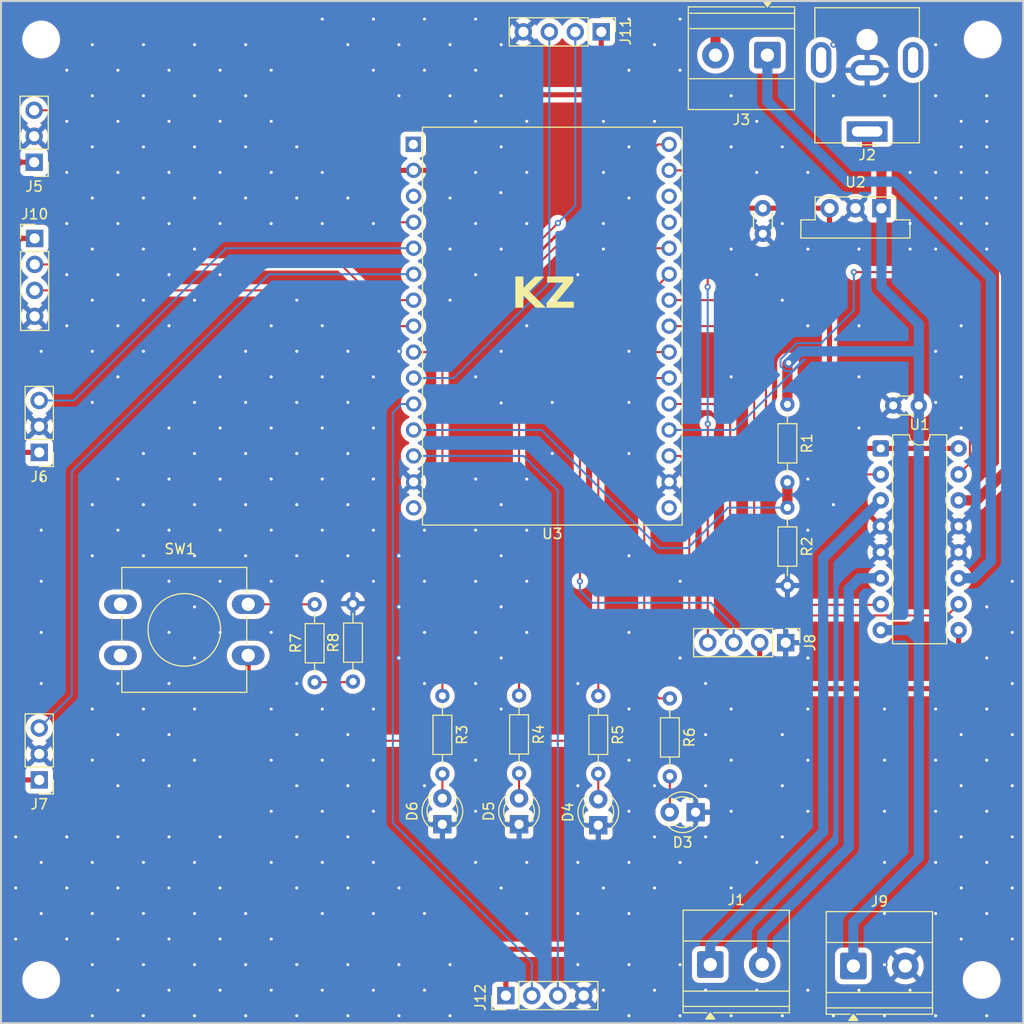
<source format=kicad_pcb>
(kicad_pcb (version 20241229) (generator "pcbnew") (generator_version "9.0")
  (layers (0 "F.Cu" signal) (2 "B.Cu" signal) (13 "F.Paste" user) (15 "B.Paste" user) (5 "F.SilkS" user "F.Silkscreen") (7 "B.SilkS" user "B.Silkscreen") (1 "F.Mask" user) (3 "B.Mask" user) (25 "Edge.Cuts" user))
  (net 0 "")
  (net 1 "GND")
  (net 2 "+5V")
  (net 3 "Net-(D3-A)")
  (net 4 "Net-(D4-A)")
  (net 5 "Net-(D5-A)")
  (net 6 "Net-(D6-A)")
  (net 7 "Net-(J1-Pin_1)")
  (net 8 "Net-(J1-Pin_2)")
  (net 9 "0")
  (net 10 "Net-(J3-Pin_2)")
  (net 11 "Net-(J3-Pin_1)")
  (net 12 "IR_S_1")
  (net 13 "IR_S_2")
  (net 14 "LCD_IC_Data")
  (net 15 "LCD_IC_CLK")
  (net 16 "S1_EP")
  (net 17 "S1_T")
  (net 18 "S2_EP")
  (net 19 "S2_T")
  (net 20 "S3_EP")
  (net 21 "S3_T")
  (net 25 "Battery_Voltage")
  (net 26 "unconnected-(U3-3V3-Pad16)")
  (net 29 "IR_S_3")
  (net 30 "+9V")
  (net 31 "Net-(U3-D21)")
  (net 32 "Net-(U3-D23)")
  (net 33 "BTN_Signal")
  (net 34 "Net-(R7-Pad1)")
  (net 35 "Net-(U3-D16)")
  (net 36 "Net-(U3-D17)")
  (net 37 "M2_4A")
  (net 38 "M1_2A")
  (net 39 "M2_3A")
  (net 40 "M1_1A")
  (footprint "MountingHole:MountingHole_3.2mm_M3" (layer "F.Cu") (at 182 144)
    (property "Reference" "H4" (hide yes))
    (property "Value" "MountingHole" (hide yes))
  )
  (footprint "Connector_PinHeader_2.54mm:PinHeader_1x04_P2.54mm_Vertical" (layer "F.Cu") (at 162.83 111 -90)
    (property "Reference" "J8")
    (property "Value" "LCD_BACKPACK" (hide yes))
  )
  (footprint "Connector_BarrelJack:BarrelJack_CUI_PJ-063AH_Horizontal" (layer "F.Cu") (at 170.8 61 180)
    (property "Reference" "J2")
    (property "Value" "Barrel_Jack_MountingPin")
  )
  (footprint "Connector_PinHeader_2.54mm:PinHeader_1x04_P2.54mm_Vertical" (layer "F.Cu") (at 89.359 71.46)
    (property "Reference" "J10")
    (property "Value" "Sonar1")
  )
  (footprint "Resistor_THT:R_Axial_DIN0204_L3.6mm_D1.6mm_P7.62mm_Horizontal" (layer "F.Cu") (at 120.5 114.81 90)
    (property "Reference" "R8")
    (property "Value" "33K" (hide yes))
  )
  (footprint "Button_Switch_THT:SW_PUSH-12mm" (layer "F.Cu") (at 97.75 107.25)
    (property "Reference" "SW1")
    (property "Value" "SW_Push")
  )
  (footprint "MountingHole:MountingHole_3.2mm_M3" (layer "F.Cu") (at 90 52)
    (property "Reference" "H1" (hide yes))
    (property "Value" "MountingHole" (hide yes))
  )
  (footprint "Resistor_THT:R_Axial_DIN0204_L3.6mm_D1.6mm_P7.62mm_Horizontal" (layer "F.Cu") (at 136.748 116.17 -90)
    (property "Reference" "R4")
    (property "Value" "R")
  )
  (footprint "TerminalBlock_Phoenix:TerminalBlock_Phoenix_MKDS-1,5-2-5.08_1x02_P5.08mm_Horizontal" (layer "F.Cu") (at 169.455 142.6325)
    (property "Reference" "J9")
    (property "Value" "Backup")
  )
  (footprint "Connector_PinHeader_2.54mm:PinHeader_1x03_P2.54mm_Vertical" (layer "F.Cu") (at 89.809 124.431 180)
    (property "Reference" "J7")
    (property "Value" "IR_S3")
  )
  (footprint "Connector_PinHeader_2.54mm:PinHeader_1x04_P2.54mm_Vertical" (layer "F.Cu") (at 144.79 51.25 -90)
    (property "Reference" "J11")
    (property "Value" "Sonar2")
  )
  (footprint "TerminalBlock_Phoenix:TerminalBlock_Phoenix_MKDS-1,5-2-5.08_1x02_P5.08mm_Horizontal" (layer "F.Cu") (at 155.455 142.49)
    (property "Reference" "J1")
    (property "Value" "Wheel1")
  )
  (footprint "Resistor_THT:R_Axial_DIN0204_L3.6mm_D1.6mm_P7.62mm_Horizontal" (layer "F.Cu") (at 144.5 116.21 -90)
    (property "Reference" "R5")
    (property "Value" "R")
  )
  (footprint "TerminalBlock_Phoenix:TerminalBlock_Phoenix_MKDS-1,5-2-5.08_1x02_P5.08mm_Horizontal" (layer "F.Cu") (at 161.045 53.5275 180)
    (property "Reference" "J3")
    (property "Value" "Wheel2")
  )
  (footprint "MountingHole:MountingHole_3.2mm_M3" (layer "F.Cu") (at 90 144)
    (property "Reference" "H3" (hide yes))
    (property "Value" "MountingHole" (hide yes))
  )
  (footprint "Resistor_THT:R_Axial_DIN0204_L3.6mm_D1.6mm_P7.62mm_Horizontal" (layer "F.Cu") (at 163 87.69 -90)
    (property "Reference" "R1")
    (property "Value" "68")
  )
  (footprint "Resistor_THT:R_Axial_DIN0204_L3.6mm_D1.6mm_P7.62mm_Horizontal" (layer "F.Cu") (at 116.75 107.25 -90)
    (property "Reference" "R7")
    (property "Value" "68" (hide yes))
  )
  (footprint "Converter_DCDC:Converter_DCDC_Murata_OKI-78SR_Vertical" (layer "F.Cu") (at 172.2 68.5 180)
    (property "Reference" "U2")
    (property "Value" "OKI-78SR-5_1.5-W36-C" (hide yes))
  )
  (footprint "Capacitor_THT:C_Disc_D3.0mm_W1.6mm_P2.50mm" (layer "F.Cu") (at 160.6 68.5 -90)
    (property "Reference" "C3" (hide yes))
    (property "Value" "10µF" (hide yes))
  )
  (footprint "Connector_PinHeader_2.54mm:PinHeader_1x04_P2.54mm_Vertical" (layer "F.Cu") (at 135.46 145.53 90)
    (property "Reference" "J12")
    (property "Value" "Sonar3")
  )
  (footprint "Resistor_THT:R_Axial_DIN0204_L3.6mm_D1.6mm_P7.62mm_Horizontal" (layer "F.Cu") (at 151.5 116.46 -90)
    (property "Reference" "R6")
    (property "Value" "R")
  )
  (footprint "Resistor_THT:R_Axial_DIN0204_L3.6mm_D1.6mm_P7.62mm_Horizontal" (layer "F.Cu") (at 129.25 116.21 -90)
    (property "Reference" "R3")
    (property "Value" "R")
  )
  (footprint "Package_DIP:DIP-16_W7.62mm" (layer "F.Cu") (at 172.13 92)
    (property "Reference" "U1")
    (property "Value" "L293D")
  )
  (footprint "Capacitor_THT:C_Disc_D3.0mm_W1.6mm_P2.50mm" (layer "F.Cu") (at 175.85 87.8 180)
    (property "Reference" "C2" (hide yes))
    (property "Value" "1µF")
  )
  (footprint "Library:ZaidESP32-C3-DevKitM-1" (layer "F.Cu") (at 128.57 62.255)
    (property "Reference" "U3")
    (property "Value" "~")
  )
  (footprint "Connector_PinHeader_2.54mm:PinHeader_1x03_P2.54mm_Vertical" (layer "F.Cu") (at 89.309 64 180)
    (property "Reference" "J5")
    (property "Value" "IR_S1")
  )
  (footprint "MountingHole:MountingHole_3.2mm_M3" (layer "F.Cu") (at 182.1 52)
    (property "Reference" "H2" (hide yes))
    (property "Value" "MountingHole" (hide yes))
  )
  (footprint "Resistor_THT:R_Axial_DIN0204_L3.6mm_D1.6mm_P7.62mm_Horizontal" (layer "F.Cu") (at 163 97.79 -90)
    (property "Reference" "R2")
    (property "Value" "33K")
  )
  (footprint "LED_THT:LED_D3.0mm" (layer "F.Cu") (at 144.5 128.859 90)
    (property "Reference" "D4")
    (property "Value" "LED")
  )
  (footprint "LED_THT:LED_D3.0mm" (layer "F.Cu") (at 154.02 127.589 180)
    (property "Reference" "D3")
    (property "Value" "LED")
  )
  (footprint "Connector_PinHeader_2.54mm:PinHeader_1x03_P2.54mm_Vertical" (layer "F.Cu") (at 89.809 92.391 180)
    (property "Reference" "J6")
    (property "Value" "IR_S2")
  )
  (footprint "LED_THT:LED_D3.0mm" (layer "F.Cu") (at 136.748 128.77 90)
    (property "Reference" "D5")
    (property "Value" "LED")
  )
  (footprint "LED_THT:LED_D3.0mm" (layer "F.Cu") (at 129.248 128.77 90)
    (property "Reference" "D6")
    (property "Value" "LED")
  )
  (gr_line (start 163.2 87.4) (end 163 87.69) (stroke (width 0.2)) (layer "F.Cu") (net 30))
  (gr_rect (start 86.069 48.231) (end 186.069 148.231) (stroke (width 0.2)) (fill no) (layer "Edge.Cuts"))
  (gr_text "KZ" (at 136 78.75 0) (layer "F.SilkS") (effects (font (size 3 3) (thickness 0.3) (bold yes)) (justify left bottom)))
  (via (at 107.5 95) (size 0.6) (drill 0.3) (layers "F.Cu" "B.Cu") (net 1))
  (via (at 107.5 105) (size 0.6) (drill 0.3) (layers "F.Cu" "B.Cu") (net 1))
  (via (at 100 72.5) (size 0.6) (drill 0.3) (layers "F.Cu" "B.Cu") (net 1))
  (via (at 152.5 112.5) (size 0.6) (drill 0.3) (layers "F.Cu" "B.Cu") (net 1))
  (via (at 125 82.5) (size 0.6) (drill 0.3) (layers "F.Cu" "B.Cu") (net 1))
  (via (at 112.5 55) (size 0.6) (drill 0.3) (layers "F.Cu" "B.Cu") (net 1))
  (via (at 137.5 132.5) (size 0.6) (drill 0.3) (layers "F.Cu" "B.Cu") (net 1))
  (via (at 147.5 132.5) (size 0.6) (drill 0.3) (layers "F.Cu" "B.Cu") (net 1))
  (via (at 92.5 55) (size 0.6) (drill 0.3) (layers "F.Cu" "B.Cu") (net 1))
  (via (at 162.5 62.5) (size 0.6) (drill 0.3) (layers "F.Cu" "B.Cu") (net 1))
  (via (at 147.5 122.5) (size 0.6) (drill 0.3) (layers "F.Cu" "B.Cu") (net 1))
  (via (at 182.5 107.5) (size 0.6) (drill 0.3) (layers "F.Cu" "B.Cu") (net 1))
  (via (at 137.5 70) (size 0.6) (drill 0.3) (layers "F.Cu" "B.Cu") (net 1))
  (via (at 125 57.5) (size 0.6) (drill 0.3) (layers "F.Cu" "B.Cu") (net 1))
  (via (at 142.5 137.5) (size 0.6) (drill 0.3) (layers "F.Cu" "B.Cu") (net 1))
  (via (at 117.5 70) (size 0.6) (drill 0.3) (layers "F.Cu" "B.Cu") (net 1))
  (via (at 132.5 132.5) (size 0.6) (drill 0.3) (layers "F.Cu" "B.Cu") (net 1))
  (via (at 90 115) (size 0.6) (drill 0.3) (layers "F.Cu" "B.Cu") (net 1))
  (via (at 100 52.5) (size 0.6) (drill 0.3) (layers "F.Cu" "B.Cu") (net 1))
  (via (at 132.5 65) (size 0.6) (drill 0.3) (layers "F.Cu" "B.Cu") (net 1))
  (via (at 100 137.5) (size 0.6) (drill 0.3) (layers "F.Cu" "B.Cu") (net 1))
  (via (at 100 82.5) (size 0.6) (drill 0.3) (layers "F.Cu" "B.Cu") (net 1))
  (via (at 90 137.5) (size 0.6) (drill 0.3) (layers "F.Cu" "B.Cu") (net 1))
  (via (at 167.5 52.5) (size 0.6) (drill 0.3) (layers "F.Cu" "B.Cu") (net 1))
  (via (at 147.5 87.5) (size 0.6) (drill 0.3) (layers "F.Cu" "B.Cu") (net 1))
  (via (at 182.5 137.5) (size 0.6) (drill 0.3) (layers "F.Cu" "B.Cu") (net 1))
  (via (at 122.5 100) (size 0.6) (drill 0.3) (layers "F.Cu" "B.Cu") (net 1))
  (via (at 112.5 70) (size 0.6) (drill 0.3) (layers "F.Cu" "B.Cu") (net 1))
  (via (at 160 60) (size 0.6) (drill 0.3) (layers "F.Cu" "B.Cu") (net 1))
  (via (at 110 92.5) (size 0.6) (drill 0.3) (layers "F.Cu" "B.Cu") (net 1))
  (via (at 140 87.5) (size 0.6) (drill 0.3) (layers "F.Cu" "B.Cu") (net 1))
  (via (at 152.5 55) (size 0.6) (drill 0.3) (layers "F.Cu" "B.Cu") (net 1))
  (via (at 97.5 135) (size 0.6) (drill 0.3) (layers "F.Cu" "B.Cu") (net 1))
  (via (at 145 145) (size 0.6) (drill 0.3) (layers "F.Cu" "B.Cu") (net 1))
  (via (at 167.5 97.5) (size 0.6) (drill 0.3) (layers "F.Cu" "B.Cu") (net 1))
  (via (at 147.5 62.5) (size 0.6) (drill 0.3) (layers "F.Cu" "B.Cu") (net 1))
  (via (at 105 97.5) (size 0.6) (drill 0.3) (layers "F.Cu" "B.Cu") (net 1))
  (via (at 112.5 140) (size 0.6) (drill 0.3) (layers "F.Cu" "B.Cu") (net 1))
  (via (at 95 102.5) (size 0.6) (drill 0.3) (layers "F.Cu" "B.Cu") (net 1))
  (via (at 117.5 100) (size 0.6) (drill 0.3) (layers "F.Cu" "B.Cu") (net 1))
  (via (at 102.5 70) (size 0.6) (drill 0.3) (layers "F.Cu" "B.Cu") (net 1))
  (via (at 155 125) (size 0.6) (drill 0.3) (layers "F.Cu" "B.Cu") (net 1))
  (via (at 95 57.5) (size 0.6) (drill 0.3) (layers "F.Cu" "B.Cu") (net 1))
  (via (at 182.5 127.5) (size 0.6) (drill 0.3) (layers "F.Cu" "B.Cu") (net 1))
  (via (at 157.5 127.5) (size 0.6) (drill 0.3) (layers "F.Cu" "B.Cu") (net 1))
  (via (at 110 102.5) (size 0.6) (drill 0.3) (layers "F.Cu" "B.Cu") (net 1))
  (via (at 97.5 100) (size 0.6) (drill 0.3) (layers "F.Cu" "B.Cu") (net 1))
  (via (at 162.5 147.5) (size 0.6) (drill 0.3) (layers "F.Cu" "B.Cu") (net 1))
  (via (at 185 105) (size 0.6) (drill 0.3) (layers "F.Cu" "B.Cu") (net 1))
  (via (at 130 142.5) (size 0.6) (drill 0.3) (layers "F.Cu" "B.Cu") (net 1))
  (via (at 162.5 130) (size 0.6) (drill 0.3) (layers "F.Cu" "B.Cu") (net 1))
  (via (at 115 115) (size 0.6) (drill 0.3) (layers "F.Cu" "B.Cu") (net 1))
  (via (at 112.5 95) (size 0.6) (drill 0.3) (layers "F.Cu" "B.Cu") (net 1))
  (via (at 105 72.5) (size 0.6) (drill 0.3) (layers "F.Cu" "B.Cu") (net 1))
  (via (at 135 117.5) (size 0.6) (drill 0.3) (layers "F.Cu" "B.Cu") (net 1))
  (via (at 107.5 85) (size 0.6) (drill 0.3) (layers "F.Cu" "B.Cu") (net 1))
  (via (at 180 90) (size 0.6) (drill 0.3) (layers "F.Cu" "B.Cu") (net 1))
  (via (at 90 95) (size 0.6) (drill 0.3) (layers "F.Cu" "B.Cu") (net 1))
  (via (at 122.5 95) (size 0.6) (drill 0.3) (layers "F.Cu" "B.Cu") (net 1))
  (via (at 95 52.5) (size 0.6) (drill 0.3) (layers "F.Cu" "B.Cu") (net 1))
  (via (at 180 130) (size 0.6) (drill 0.3) (layers "F.Cu" "B.Cu") (net 1))
  (via (at 170 90) (size 0.6) (drill 0.3) (layers "F.Cu" "B.Cu") (net 1))
  (via (at 185 130) (size 0.6) (drill 0.3) (layers "F.Cu" "B.Cu") (net 1))
  (via (at 147.5 92.5) (size 0.6) (drill 0.3) (layers "F.Cu" "B.Cu") (net 1))
  (via (at 97.5 70) (size 0.6) (drill 0.3) (layers "F.Cu" "B.Cu") (net 1))
  (via (at 107.5 110) (size 0.6) (drill 0.3) (layers "F.Cu" "B.Cu") (net 1))
  (via (at 120 92.5) (size 0.6) (drill 0.3) (layers "F.Cu" "B.Cu") (net 1))
  (via (at 97.5 60) (size 0.6) (drill 0.3) (layers "F.Cu" "B.Cu") (net 1))
  (via (at 165 122.5) (size 0.6) (drill 0.3) (layers "F.Cu" "B.Cu") (net 1))
  (via (at 97.5 115) (size 0.6) (drill 0.3) (layers "F.Cu" "B.Cu") (net 1))
  (via (at 117.5 127.5) (size 0.6) (drill 0.3) (layers "F.Cu" "B.Cu") (net 1))
  (via (at 130 147.5) (size 0.6) (drill 0.3) (layers "F.Cu" "B.Cu") (net 1))
  (via (at 95 77.5) (size 0.6) (drill 0.3) (layers "F.Cu" "B.Cu") (net 1))
  (via (at 102.5 65) (size 0.6) (drill 0.3) (layers "F.Cu" "B.Cu") (net 1))
  (via (at 100 102.5) (size 0.6) (drill 0.3) (layers "F.Cu" "B.Cu") (net 1))
  (via (at 112.5 145) (size 0.6) (drill 0.3) (layers "F.Cu" "B.Cu") (net 1))
  (via (at 150 130) (size 0.6) (drill 0.3) (layers "F.Cu" "B.Cu") (net 1))
  (via (at 165 117.5) (size 0.6) (drill 0.3) (layers "F.Cu" "B.Cu") (net 1))
  (via (at 122.5 55) (size 0.6) (drill 0.3) (layers "F.Cu" "B.Cu") (net 1))
  (via (at 127.5 50) (size 0.6) (drill 0.3) (layers "F.Cu" "B.Cu") (net 1))
  (via (at 107.5 75) (size 0.6) (drill 0.3) (layers "F.Cu" "B.Cu") (net 1))
  (via (at 150 52.5) (size 0.6) (drill 0.3) (layers "F.Cu" "B.Cu") (net 1))
  (via (at 95 82.5) (size 0.6) (drill 0.3) (layers "F.Cu" "B.Cu") (net 1))
  (via (at 105 67.5) (size 0.6) (drill 0.3) (layers "F.Cu" "B.Cu") (net 1))
  (via (at 135 97.5) (size 0.6) (drill 0.3) (layers "F.Cu" "B.Cu") (net 1))
  (via (at 122.5 137.5) (size 0.6) (drill 0.3) (layers "F.Cu" "B.Cu") (net 1))
  (via (at 135 82.5) (size 0.6) (drill 0.3) (layers "F.Cu" "B.Cu") (net 1))
  (via (at 112.5 117.5) (size 0.6) (drill 0.3) (layers "F.Cu" "B.Cu") (net 1))
  (via (at 135 107.5) (size 0.6) (drill 0.3) (layers "F.Cu" "B.Cu") (net 1))
  (via (at 110 87.5) (size 0.6) (drill 0.3) (layers "F.Cu" "B.Cu") (net 1))
  (via (at 172.5 147.5) (size 0.6) (drill 0.3) (layers "F.Cu" "B.Cu") (net 1))
  (via (at 130 52.5) (size 0.6) (drill 0.3) (layers "F.Cu" "B.Cu") (net 1))
  (via (at 120 82.5) (size 0.6) (drill 0.3) (layers "F.Cu" "B.Cu") (net 1))
  (via (at 134.999999 87.552356) (size 0.6) (drill 0.3) (layers "F.Cu" "B.Cu") (net 1))
  (via (at 132.5 75) (size 0.6) (drill 0.3) (layers "F.Cu" "B.Cu") (net 1))
  (via (at 97.5 125) (size 0.6) (drill 0.3) (layers "F.Cu" "B.Cu") (net 1))
  (via (at 115 142.5) (size 0.6) (drill 0.3) (layers "F.Cu" "B.Cu") (net 1))
  (via (at 110 52.5) (size 0.6) (drill 0.3) (layers "F.Cu" "B.Cu") (net 1))
  (via (at 132.5 100) (size 0.6) (drill 0.3) (layers "F.Cu" "B.Cu") (net 1))
  (via (at 130 67.5) (size 0.6) (drill 0.3) (layers "F.Cu" "B.Cu") (net 1))
  (via (at 142.5 125) (size 0.6) (drill 0.3) (layers "F.Cu" "B.Cu") (net 1))
  (via (at 100 97.5) (size 0.6) (drill 0.3) (layers "F.Cu" "B.Cu") (net 1))
  (via (at 165 100) (size 0.6) (drill 0.3) (layers "F.Cu" "B.Cu") (net 1))
  (via (at 105 142.5) (size 0.6) (drill 0.3) (layers "F.Cu" "B.Cu") (net 1))
  (via (at 92.5 130) (size 0.6) (drill 0.3) (layers "F.Cu" "B.Cu") (net 1))
  (via (at 102.5 135) (size 0.6) (drill 0.3) (layers "F.Cu" "B.Cu") (net 1))
  (via (at 137.5 110) (size 0.6) (drill 0.3) (layers "F.Cu" "B.Cu") (net 1))
  (via (at 167.5 147.5) (size 0.6) (drill 0.3) (layers "F.Cu" "B.Cu") (net 1))
  (via (at 105 102.5) (size 0.6) (drill 0.3) (layers "F.Cu" "B.Cu") (net 1))
  (via (at 120 130) (size 0.6) (drill 0.3) (layers "F.Cu" "B.Cu") (net 1))
  (via (at 97.5 130) (size 0.6) (drill 0.3) (layers "F.Cu" "B.Cu") (net 1))
  (via (at 105 137.5) (size 0.6) (drill 0.3) (layers "F.Cu" "B.Cu") (net 1))
  (via (at 175 145) (size 0.6) (drill 0.3) (layers "F.Cu" "B.Cu") (net 1))
  (via (at 152.5 147.5) (size 0.6) (drill 0.3) (layers "F.Cu" "B.Cu") (net 1))
  (via (at 112.5 110) (size 0.6) (drill 0.3) (layers "F.Cu" "B.Cu") (net 1))
  (via (at 122.5 105) (size 0.6) (drill 0.3) (layers "F.Cu" "B.Cu") (net 1))
  (via (at 137.5 60) (size 0.6) (drill 0.3) (layers "F.Cu" "B.Cu") (net 1))
  (via (at 95 117.5) (size 0.6) (drill 0.3) (layers "F.Cu" "B.Cu") (net 1))
  (via (at 105 87.5) (size 0.6) (drill 0.3) (layers "F.Cu" "B.Cu") (net 1))
  (via (at 105 117.5) (size 0.6) (drill 0.3) (layers "F.Cu" "B.Cu") (net 1))
  (via (at 182.5 62.5) (size 0.6) (drill 0.3) (layers "F.Cu" "B.Cu") (net 1))
  (via (at 160 145) (size 0.6) (drill 0.3) (layers "F.Cu" "B.Cu") (net 1))
  (via (at 97.5 75) (size 0.6) (drill 0.3) (layers "F.Cu" "B.Cu") (net 1))
  (via (at 165 145) (size 0.6) (drill 0.3) (layers "F.Cu" "B.Cu") (net 1))
  (via (at 170 145) (size 0.6) (drill 0.3) (layers "F.Cu" "B.Cu") (net 1))
  (via (at 105 147.5) (size 0.6) (drill 0.3) (layers "F.Cu" "B.Cu") (net 1))
  (via (at 147.5 117.5) (size 0.6) (drill 0.3) (layers "F.Cu" "B.Cu") (net 1))
  (via (at 157.5 85) (size 0.6) (drill 0.3) (layers "F.Cu" "B.Cu") (net 1))
  (via (at 147.5 102.5) (size 0.6) (drill 0.3) (layers "F.Cu" "B.Cu") (net 1))
  (via (at 107.5 65) (size 0.6) (drill 0.3) (layers "F.Cu" "B.Cu") (net 1))
  (via (at 142.5 115) (size 0.6) (drill 0.3) (layers "F.Cu" "B.Cu") (net 1))
  (via (at 105 112.5) (size 0.6) (drill 0.3) (layers "F.Cu" "B.Cu") (net 1))
  (via (at 180 67.5) (size 0.6) (drill 0.3) (layers "F.Cu" "B.Cu") (net 1))
  (via (at 147.5 82.5) (size 0.6) (drill 0.3) (layers "F.Cu" "B.Cu") (net 1))
  (via (at 147.5 142.5) (size 0.6) (drill 0.3) (layers "F.Cu" "B.Cu") (net 1))
  (via (at 147.5 55) (size 0.6) (drill 0.3) (layers "F.Cu" "B.Cu") (net 1))
  (via (at 102.5 80) (size 0.6) (drill 0.3) (layers "F.Cu" "B.Cu") (net 1))
  (via (at 125 112.5) (size 0.6) (drill 0.3) (layers "F.Cu" "B.Cu") (net 1))
  (via (at 102.5 115) (size 0.6) (drill 0.3) (layers "F.Cu" "B.Cu") (net 1))
  (via (at 107.5 140) (size 0.6) (drill 0.3) (layers "F.Cu" "B.Cu") (net 1))
  (via (at 185 120) (size 0.6) (drill 0.3) (layers "F.Cu" "B.Cu") (net 1))
  (via (at 107.5 60) (size 0.6) (drill 0.3) (layers "F.Cu" "B.Cu") (net 1))
  (via (at 162.5 125) (size 0.6) (drill 0.3) (layers "F.Cu" "B.Cu") (net 1))
  (via (at 145 72.5) (size 0.6) (drill 0.3) (layers "F.Cu" "B.Cu") (net 1))
  (via (at 110 67.5) (size 0.6) (drill 0.3) (layers "F.Cu" "B.Cu") (net 1))
  (via (at 120 52.5) (size 0.6) (drill 0.3) (layers "F.Cu" "B.Cu") (net 1))
  (via (at 142.5 132.5) (size 0.6) (drill 0.3) (layers "F.Cu" "B.Cu") (net 1))
  (via (at 132.5 95) (size 0.6) (drill 0.3) (layers "F.Cu" "B.Cu") (net 1))
  (via (at 132.5 127.5) (size 0.6) (drill 0.3) (layers "F.Cu" "B.Cu") (net 1))
  (via (at 180 120) (size 0.6) (drill 0.3) (layers "F.Cu" "B.Cu") (net 1))
  (via (at 182.5 67.5) (size 0.6) (drill 0.3) (layers "F.Cu" "B.Cu") (net 1))
  (via (at 122.5 132.5) (size 0.6) (drill 0.3) (layers "F.Cu" "B.Cu") (net 1))
  (via (at 102.5 130) (size 0.6) (drill 0.3) (layers "F.Cu" "B.Cu") (net 1))
  (via (at 182.5 60) (size 0.6) (drill 0.3) (layers "F.Cu" "B.Cu") (net 1))
  (via (at 87.5 130) (size 0.6) (drill 0.3) (layers "F.Cu" "B.Cu") (net 1))
  (via (at 105 57.5) (size 0.6) (drill 0.3) (layers "F.Cu" "B.Cu") (net 1))
  (via (at 147.5 147.5) (size 0.6) (drill 0.3) (layers "F.Cu" "B.Cu") (net 1))
  (via (at 172.5 127.5) (size 0.6) (drill 0.3) (layers "F.Cu" "B.Cu") (net 1))
  (via (at 122.5 117.5) (size 0.6) (drill 0.3) (layers "F.Cu" "B.Cu") (net 1))
  (via (at 135 102.5) (size 0.6) (drill 0.3) (layers "F.Cu" "B.Cu") (net 1))
  (via (at 120 97.5) (size 0.6) (drill 0.3) (layers "F.Cu" "B.Cu") (net 1))
  (via (at 87.5 140) (size 0.6) (drill 0.3) (layers "F.Cu" "B.Cu") (net 1))
  (via (at 170 85) (size 0.6) (drill 0.3) (layers "F.Cu" "B.Cu") (net 1))
  (via (at 150 135) (size 0.6) (drill 0.3) (layers "F.Cu" "B.Cu") (net 1))
  (via (at 125 147.5) (size 0.6) (drill 0.3) (layers "F.Cu" "B.Cu") (net 1))
  (via (at 95 67.5) (size 0.6) (drill 0.3) (layers "F.Cu" "B.Cu") (net 1))
  (via (at 105 77.5) (size 0.6) (drill 0.3) (layers "F.Cu" "B.Cu") (net 1))
  (via (at 132.5 50) (size 0.6) (drill 0.3) (layers "F.Cu" "B.Cu") (net 1))
  (via (at 177.5 127.5) (size 0.6) (drill 0.3) (layers "F.Cu" "B.Cu") (net 1))
  (via (at 112.5 132.5) (size 0.6) (drill 0.3) (layers "F.Cu" "B.Cu") (net 1))
  (via (at 122.5 50) (size 0.6) (drill 0.3) (layers "F.Cu" "B.Cu") (net 1))
  (via (at 182.5 117.5) (size 0.6) (drill 0.3) (layers "F.Cu" "B.Cu") (net 1))
  (via (at 152.5 105) (size 0.6) (drill 0.3) (layers "F.Cu" "B.Cu") (net 1))
  (via (at 162.5 120) (size 0.6) (drill 0.3) (layers "F.Cu" "B.Cu") (net 1))
  (via (at 142.5 75) (size 0.6) (drill 0.3) (layers "F.Cu" "B.Cu") (net 1))
  (via (at 182.5 132.5) (size 0.6) (drill 0.3) (layers "F.Cu" "B.Cu") (net 1))
  (via (at 100 117.5) (size 0.6) (drill 0.3) (layers "F.Cu" "B.Cu") (net 1))
  (via (at 165 72.5) (size 0.6) (drill 0.3) (layers "F.Cu" "B.Cu") (net 1))
  (via (at 120 147.5) (size 0.6) (drill 0.3) (layers "F.Cu" "B.Cu") (net 1))
  (via (at 135 52.5) (size 0.6) (drill 0.3) (layers "F.Cu" "B.Cu") (net 1))
  (via (at 162.5 77.5) (size 0.6) (drill 0.3) (layers "F.Cu" "B.Cu") (net 1))
  (via (at 127.5 100) (size 0.6) (drill 0.3) (layers "F.Cu" "B.Cu") (net 1))
  (via (at 102.5 95) (size 0.6) (drill 0.3) (layers "F.Cu" "B.Cu") (net 1))
  (via (at 107.5 135) (size 0.6) (drill 0.3) (layers "F.Cu" "B.Cu") (net 1))
  (via (at 97.5 145) (size 0.6) (drill 0.3) (layers "F.Cu" "B.Cu") (net 1))
  (via (at 145 65) (size 0.6) (drill 0.3) (layers "F.Cu" "B.Cu") (net 1))
  (via (at 140 92.5) (size 0.6) (drill 0.3) (layers "F.Cu" "B.Cu") (net 1))
  (via (at 160 132.5) (size 0.6) (drill 0.3) (layers "F.Cu" "B.Cu") (net 1))
  (via (at 107.5 145) (size 0.6) (drill 0.3) (layers "F.Cu" "B.Cu") (net 1))
  (via (at 95 132.5) (size 0.6) (drill 0.3) (layers "F.Cu" "B.Cu") (net 1))
  (via (at 180 62.5) (size 0.6) (drill 0.3) (layers "F.Cu" "B.Cu") (net 1))
  (via (at 145 60) (size 0.6) (drill 0.3) (layers "F.Cu" "B.Cu") (net 1))
  (via (at 92.5 140) (size 0.6) (drill 0.3) (layers "F.Cu" "B.Cu") (net 1))
  (via (at 180 125) (size 0.6) (drill 0.3) (layers "F.Cu" "B.Cu") (net 1))
  (via (at 107.5 55) (size 0.6) (drill 0.3) (layers "F.Cu" "B.Cu") (net 1))
  (via (at 167.5 57.5) (size 0.6) (drill 0.3) (layers "F.Cu" "B.Cu") (net 1))
  (via (at 157.5 72.5) (size 0.6) (drill 0.3) (layers "F.Cu" "B.Cu") (net 1))
  (via (at 115 77.5) (size 0.6) (drill 0.3) (layers "F.Cu" "B.Cu") (net 1))
  (via (at 134.967092 66.97547) (size 0.6) (drill 0.3) (layers "F.Cu" "B.Cu") (net 1))
  (via (at 90 110) (size 0.6) (drill 0.3) (layers "F.Cu" "B.Cu") (net 1))
  (via (at 120 135) (size 0.6) (drill 0.3) (layers "F.Cu" "B.Cu") (net 1))
  (via (at 122.5 127.5) (size 0.6) (drill 0.3) (layers "F.Cu" "B.Cu") (net 1))
  (via (at 177.5 122.5) (size 0.6) (drill 0.3) (layers "F.Cu" "B.Cu") (net 1))
  (via (at 127.5 110) (size 0.6) (drill 0.3) (layers "F.Cu" "B.Cu") (net 1))
  (via (at 105 92.5) (size 0.6) (drill 0.3) (layers "F.Cu" "B.Cu") (net 1))
  (via (at 132.5 122.5) (size 0.6) (drill 0.3) (layers "F.Cu" "B.Cu") (net 1))
  (via (at 117.5 132.5) (size 0.6) (drill 0.3) (layers "F.Cu" "B.Cu") (net 1))
  (via (at 112.5 85) (size 0.6) (drill 0.3) (layers "F.Cu" "B.Cu") (net 1))
  (via (at 147.5 127.5) (size 0.6) (drill 0.3) (layers "F.Cu" "B.Cu") (net 1))
  (via (at 132.5 55) (size 0.6) (drill 0.3) (layers "F.Cu" "B.Cu") (net 1))
  (via (at 157.5 122.5) (size 0.6) (drill 0.3) (layers "F.Cu" "B.Cu") (net 1))
  (via (at 180 65) (size 0.6) (drill 0.3) (layers "F.Cu" "B.Cu") (net 1))
  (via (at 135 57.5) (size 0.6) (drill 0.3) (layers "F.Cu" "B.Cu") (net 1))
  (via (at 132.5 110) (size 0.6) (drill 0.3) (layers "F.Cu" "B.Cu") (net 1))
  (via (at 182.5 57.5) (size 0.6) (drill 0.3) (layers "F.Cu" "B.Cu") (net 1))
  (via (at 160 75) (size 0.6) (drill 0.3) (layers "F.Cu" "B.Cu") (net 1))
  (via (at 102.5 55) (size 0.6) (drill 0.3) (layers "F.Cu" "B.Cu") (net 1))
  (via (at 180 60) (size 0.6) (drill 0.3) (layers "F.Cu" "B.Cu") (net 1))
  (via (at 102.5 140) (size 0.6) (drill 0.3) (layers "F.Cu" "B.Cu") (net 1))
  (via (at 170 80) (size 0.6) (drill 0.3) (layers "F.Cu" "B.Cu") (net 1))
  (via (at 110 62.5) (size 0.6) (drill 0.3) (layers "F.Cu" "B.Cu") (net 1))
  (via (at 177.5 72.5) (size 0.6) (drill 0.3) (layers "F.Cu" "B.Cu") (net 1))
  (via (at 100 142.5) (size 0.6) (drill 0.3) (layers "F.Cu" "B.Cu") (net 1))
  (via (at 150 125) (size 0.6) (drill 0.3) (layers "F.Cu" "B.Cu") (net 1))
  (via (at 177.5 57.5) (size 0.6) (drill 0.3) (layers "F.Cu" "B.Cu") (net 1))
  (via (at 177.5 67.5) (size 0.6) (drill 0.3) (layers "F.Cu" "B.Cu") (net 1))
  (via (at 97.5 55) (size 0.6) (drill 0.3) (layers "F.Cu" "B.Cu") (net 1))
  (via (at 127.5 105) (size 0.6) (drill 0.3) (layers "F.Cu" "B.Cu") (net 1))
  (via (at 122.5 145) (size 0.6) (drill 0.3) (layers "F.Cu" "B.Cu") (net 1))
  (via (at 117.5 117.5) (size 0.6) (drill 0.3) (layers "F.Cu" "B.Cu") (net 1))
  (via (at 127.5 145) (size 0.6) (drill 0.3) (layers "F.Cu" "B.Cu") (net 1))
  (via (at 112.5 80) (size 0.6) (drill 0.3) (layers "F.Cu" "B.Cu") (net 1))
  (via (at 95 137.5) (size 0.6) (drill 0.3) (layers "F.Cu" "B.Cu") (net 1))
  (via (at 150 60) (size 0.6) (drill 0.3) (layers "F.Cu" "B.Cu") (net 1))
  (via (at 182.5 147.5) (size 0.6) (drill 0.3) (layers "F.Cu" "B.Cu") (net 1))
  (via (at 157.5 117.5) (size 0.6) (drill 0.3) (layers "F.Cu" "B.Cu") (net 1))
  (via (at 157.5 57.5) (size 0.6) (drill 0.3) (layers "F.Cu" "B.Cu") (net 1))
  (via (at 122.5 122.5) (size 0.6) (drill 0.3) (layers "F.Cu" "B.Cu") (net 1))
  (via (at 102.5 60) (size 0.6) (drill 0.3) (layers "F.Cu" "B.Cu") (net 1))
  (via (at 115 82.5) (size 0.6) (drill 0.3) (layers "F.Cu" "B.Cu") (net 1))
  (via (at 107.5 70) (size 0.6) (drill 0.3) (layers "F.Cu" "B.Cu") (net 1))
  (via (at 115 92.5) (size 0.6) (drill 0.3) (layers "F.Cu" "B.Cu") (net 1))
  (via (at 115 135) (size 0.6) (drill 0.3) (layers "F.Cu" "B.Cu") (net 1))
  (via (at 100 57.5) (size 0.6) (drill 0.3) (layers "F.Cu" "B.Cu") (net 1))
  (via (at 132.5 115) (size 0.6) (drill 0.3) (layers "F.Cu" "B.Cu") (net 1))
  (via (at 92.5 65) (size 0.6) (drill 0.3) (layers "F.Cu" "B.Cu") (net 1))
  (via (at 142.5 142.5) (size 0.6) (drill 0.3) (layers "F.Cu" "B.Cu") (net 1))
  (via (at 95 72.5) (size 0.6) (drill 0.3) (layers "F.Cu" "B.Cu") (net 1))
  (via (at 97.5 120) (size 0.6) (drill 0.3) (layers "F.Cu" "B.Cu") (net 1))
  (via (at 172.5 122.5) (size 0.6) (drill 0.3) (layers "F.Cu" "B.Cu") (net 1))
  (via (at 90 132.5) (size 0.6) (drill 0.3) (layers "F.Cu" "B.Cu") (net 1))
  (via (at 115 62.5) (size 0.6) (drill 0.3) (layers "F.Cu" "B.Cu") (net 1))
  (via (at 107.5 130) (size 0.6) (drill 0.3) (layers "F.Cu" "B.Cu") (net 1))
  (via (at 177.5 65) (size 0.6) (drill 0.3) (layers "F.Cu" "B.Cu") (net 1))
  (via (at 115 125) (size 0.6) (drill 0.3) (layers "F.Cu" "B.Cu") (net 1))
  (via (at 172.5 117.5) (size 0.6) (drill 0.3) (layers "F.Cu" "B.Cu") (net 1))
  (via (at 112.5 122.5) (size 0.6) (drill 0.3) (layers "F.Cu" "B.Cu") (net 1))
  (via (at 155 130) (size 0.6) (drill 0.3) (layers "F.Cu" "B.Cu") (net 1))
  (via (at 182.5 65) (size 0.6) (drill 0.3) (layers "F.Cu" "B.Cu") (net 1))
  (via (at 107.5 90) (size 0.6) (drill 0.3) (layers "F.Cu" "B.Cu") (net 1))
  (via (at 140 77.5) (size 0.6) (drill 0.3) (layers "F.Cu" "B.Cu") (net 1))
  (via (at 172.5 57.5) (size 0.6) (drill 0.3) (layers "F.Cu" "B.Cu") (net 1))
  (via (at 120 102.5) (size 0.6) (drill 0.3) (layers "F.Cu" "B.Cu") (net 1))
  (via (at 120 87.5) (size 0.6) (drill 0.3) (layers "F.Cu" "B.Cu") (net 1))
  (via (at 95 142.5) (size 0.6) (drill 0.3) (layers "F.Cu" "B.Cu") (net 1))
  (via (at 105 132.5) (size 0.6) (drill 0.3) (layers "F.Cu" "B.Cu") (net 1))
  (via (at 130 72.5) (size 0.6) (drill 0.3) (layers "F.Cu" "B.Cu") (net 1))
  (via (at 155 120) (size 0.6) (drill 0.3) (layers "F.Cu" "B.Cu") (net 1))
  (via (at 117.5 90) (size 0.6) (drill 0.3) (layers "F.Cu" "B.Cu") (net 1))
  (via (at 97.5 140) (size 0.6) (drill 0.3) (layers "F.Cu" "B.Cu") (net 1))
  (via (at 117.5 145) (size 0.6) (drill 0.3) (layers "F.Cu" "B.Cu") (net 1))
  (via (at 185 125) (size 0.6) (drill 0.3) (layers "F.Cu" "B.Cu") (net 1))
  (via (at 180 85) (size 0.6) (drill 0.3) (layers "F.Cu" "B.Cu") (net 1))
  (via (at 110 97.5) (size 0.6) (drill 0.3) (layers "F.Cu" "B.Cu") (net 1))
  (via (at 112.5 60) (size 0.6) (drill 0.3) (layers "F.Cu" "B.Cu") (net 1))
  (via (at 137.5 80) (size 0.6) (drill 0.3) (layers "F.Cu" "B.Cu") (net 1))
  (via (at 100 122.5) (size 0.6) (drill 0.3) (layers "F.Cu" "B.Cu") (net 1))
  (via (at 165 80) (size 0.6) (drill 0.3) (layers "F.Cu" "B.Cu") (net 1))
  (via (at 177.5 52.5) (size 0.6) (drill 0.3) (layers "F.Cu" "B.Cu") (net 1))
  (via (at 185 140) (size 0.6) (drill 0.3) (layers "F.Cu" "B.Cu") (net 1))
  (via (at 90 105) (size 0.6) (drill 0.3) (layers "F.Cu" "B.Cu") (net 1))
  (via (at 92.5 135) (size 0.6) (drill 0.3) (layers "F.Cu" "B.Cu") (net 1))
  (via (at 182.5 70) (size 0.6) (drill 0.3) (layers "F.Cu" "B.Cu") (net 1))
  (via (at 112.5 127.5) (size 0.6) (drill 0.3) (layers "F.Cu" "B.Cu") (net 1))
  (via (at 180 140) (size 0.6) (drill 0.3) (layers "F.Cu" "B.Cu") (net 1))
  (via (at 145 135) (size 0.6) (drill 0.3) (layers "F.Cu" "B.Cu") (net 1))
  (via (at 147.5 110) (size 0.6) (drill 0.3) (layers "F.Cu" "B.Cu") (net 1))
  (via (at 110 147.5) (size 0.6) (drill 0.3) (layers "F.Cu" "B.Cu") (net 1))
  (via (at 137.5 65) (size 0.6) (drill 0.3) (layers "F.Cu" "B.Cu") (net 1))
  (via (at 120 120) (size 0.6) (drill 0.3) (layers "F.Cu" "B.Cu") (net 1))
  (via (at 147.5 137.5) (size 0.6) (drill 0.3) (layers "F.Cu" "B.Cu") (net 1))
  (via (at 177.5 87.5) (size 0.6) (drill 0.3) (layers "F.Cu" "B.Cu") (net 1))
  (via (at 117.5 122.5) (size 0.6) (drill 0.3) (layers "F.Cu" "B.Cu") (net 1))
  (via (at 110 82.5) (size 0.6) (drill 0.3) (layers "F.Cu" "B.Cu") (net 1))
  (via (at 132.5 60) (size 0.6) (drill 0.3) (layers "F.Cu" "B.Cu") (net 1))
  (via (at 172.5 132.5) (size 0.6) (drill 0.3) (layers "F.Cu" "B.Cu") (net 1))
  (via (at 150 145) (size 0.6) (drill 0.3) (layers "F.Cu" "B.Cu") (net 1))
  (via (at 130 57.5) (size 0.6) (drill 0.3) (layers "F.Cu" "B.Cu") (net 1))
  (via (at 100 67.5) (size 0.6) (drill 0.3) (layers "F.Cu" "B.Cu") (net 1))
  (via (at 177.5 117.5) (size 0.6) (drill 0.3) (layers "F.Cu" "B.Cu") (net 1))
  (via (at 102.5 100) (size 0.6) (drill 0.3) (layers "F.Cu" "B.Cu") (net 1))
  (via (at 180 135) (size 0.6) (drill 0.3) (layers "F.Cu" "B.Cu") (net 1))
  (via (at 112.5 90) (size 0.6) (drill 0.3) (layers "F.Cu" "B.Cu") (net 1))
  (via (at 185 135) (size 0.6) (drill 0.3) (layers "F.Cu" "B.Cu") (net 1))
  (via (at 102.5 105) (size 0.6) (drill 0.3) (layers "F.Cu" "B.Cu") (net 1))
  (via (at 177.5 132.5) (size 0.6) (drill 0.3) (layers "F.Cu" "B.Cu") (net 1))
  (via (at 185 115) (size 0.6) (drill 0.3) (layers "F.Cu" "B.Cu") (net 1))
  (via (at 115 97.5) (size 0.6) (drill 0.3) (layers "F.Cu" "B.Cu") (net 1))
  (via (at 92.5 75) (size 0.6) (drill 0.3) (layers "F.Cu" "B.Cu") (net 1))
  (via (at 120 142.5) (size 0.6) (drill 0.3) (layers "F.Cu" "B.Cu") (net 1))
  (via (at 130 77.5) (size 0.6) (drill 0.3) (layers "F.Cu" "B.Cu") (net 1))
  (via (at 117.5 80) (size 0.6) (drill 0.3) (layers "F.Cu" "B.Cu") (net 1))
  (via (at 152.5 142.5) (size 0.6) (drill 0.3) (layers "F.Cu" "B.Cu") (net 1))
  (via (at 135 112.5) (size 0.6) (drill 0.3) (layers "F.Cu" "B.Cu") (net 1))
  (via (at 135 72.5) (size 0.6) (drill 0.3) (layers "F.Cu" "B.Cu") (net 1))
  (via (at 135 62.5) (size 0.6) (drill 0.3) (layers "F.Cu" "B.Cu") (net 1))
  (via (at 120 67.5) (size 0.6) (drill 0.3) (layers "F.Cu" "B.Cu") (net 1))
  (via (at 137.5 95) (size 0.6) (drill 0.3) (layers "F.Cu" "B.Cu") (net 1))
  (via (at 177.5 147.5) (size 0.6) (drill 0.3) (layers "F.Cu" "B.Cu") (net 1))
  (via (at 125 107.5) (size 0.6) (drill 0.3) (layers "F.Cu" "B.Cu") (net 1))
  (via (at 102.5 75) (size 0.6) (drill 0.3) (layers "F.Cu" "B.Cu") (net 1))
  (via (at 165 112.5) (size 0.6) (drill 0.3) (layers "F.Cu" "B.Cu") (net 1))
  (via (at 105 52.5) (size 0.6) (drill 0.3) (layers "F.Cu" "B.Cu") (net 1))
  (via (at 125 135) (size 0.6) (drill 0.3) (layers "F.Cu" "B.Cu") (net 1))
  (via (at 135 135) (size 0.6) (drill 0.3) (layers "F.Cu" "B.Cu") (net 1))
  (via (at 182.5 112.5) (size 0.6) (drill 0.3) (layers "F.Cu" "B.Cu") (net 1))
  (via (at 117.5 50) (size 0.6) (drill 0.3) (layers "F.Cu" "B.Cu") (net 1))
  (via (at 122.5 90) (size 0.6) (drill 0.3) (layers "F.Cu" "B.Cu") (net 1))
  (via (at 100 62.5) (size 0.6) (drill 0.3) (layers "F.Cu" "B.Cu") (net 1))
  (via (at 102.5 145) (size 0.6) (drill 0.3) (layers "F.Cu" "B.Cu") (net 1))
  (via (at 182.5 72.5) (size 0.6) (drill 0.3) (layers "F.Cu" "B.Cu") (net 1))
  (via (at 127.5 125) (size 0.6) (drill 0.3) (layers "F.Cu" "B.Cu") (net 1))
  (via (at 97.5 65) (size 0.6) (drill 0.3) (layers "F.Cu" "B.Cu") (net 1))
  (via (at 160 65) (size 0.6) (drill 0.3) (layers "F.Cu" "B.Cu") (net 1))
  (via (at 115 67.5) (size 0.6) (drill 0.3) (layers "F.Cu" "B.Cu") (net 1))
  (via (at 115 102.5) (size 0.6) (drill 0.3) (layers "F.Cu" "B.Cu") (net 1))
  (via (at 157.5 62.5) (size 0.6) (drill 0.3) (layers "F.Cu" "B.Cu") (net 1))
  (via (at 125 102.5) (size 0.6) (drill 0.3) (layers "F.Cu" "B.Cu") (net 1))
  (via (at 102.5 110) (size 0.6) (drill 0.3) (layers "F.Cu" "B.Cu") (net 1))
  (via (at 185 110) (size 0.6) (drill 0.3) (layers "F.Cu" "B.Cu") (net 1))
  (via (at 137.5 100) (size 0.6) (drill 0.3) (layers "F.Cu" "B.Cu") (net 1))
  (via (at 145 70) (size 0.6) (drill 0.3) (layers "F.Cu" "B.Cu") (net 1))
  (via (at 155 145) (size 0.6) (drill 0.3) (layers "F.Cu" "B.Cu") (net 1))
  (via (at 110 137.5) (size 0.6) (drill 0.3) (layers "F.Cu" "B.Cu") (net 1))
  (via (at 87.5 135) (size 0.6) (drill 0.3) (layers "F.Cu" "B.Cu") (net 1))
  (via (at 175 72.5) (size 0.6) (drill 0.3) (layers "F.Cu" "B.Cu") (net 1))
  (via (at 100 92.5) (size 0.6) (drill 0.3) (layers "F.Cu" "B.Cu") (net 1))
  (via (at 105 62.5) (size 0.6) (drill 0.3) (layers "F.Cu" "B.Cu") (net 1))
  (via (at 157.5 135) (size 0.6) (drill 0.3) (layers "F.Cu" "B.Cu") (net 1))
  (via (at 177.5 82.5) (size 0.6) (drill 0.3) (layers "F.Cu" "B.Cu") (net 1))
  (via (at 102.5 120) (size 0.6) (drill 0.3) (layers "F.Cu" "B.Cu") (net 1))
  (via (at 100 147.5) (size 0.6) (drill 0.3) (layers "F.Cu" "B.Cu") (net 1))
  (via (at 117.5 85) (size 0.6) (drill 0.3) (layers "F.Cu" "B.Cu") (net 1))
  (via (at 115 147.5) (size 0.6) (drill 0.3) (layers "F.Cu" "B.Cu") (net 1))
  (via (at 132.5 105) (size 0.6) (drill 0.3) (layers "F.Cu" "B.Cu") (net 1))
  (via (at 120 125) (size 0.6) (drill 0.3) (layers "F.Cu" "B.Cu") (net 1))
  (via (at 147.5 50) (size 0.6) (drill 0.3) (layers "F.Cu" "B.Cu") (net 1))
  (via (at 95 122.5) (size 0.6) (drill 0.3) (layers "F.Cu" "B.Cu") (net 1))
  (via (at 117.5 105) (size 0.6) (drill 0.3) (layers "F.Cu" "B.Cu") (net 1))
  (via (at 175 65) (size 0.6) (drill 0.3) (layers "F.Cu" "B.Cu") (net 1))
  (via (at 175 70) (size 0.6) (drill 0.3) (layers "F.Cu" "B.Cu") (net 1))
  (via (at 95 62.5) (size 0.6) (drill 0.3) (layers "F.Cu" "B.Cu") (net 1))
  (via (at 170 72.5) (size 0.6) (drill 0.3) (layers "F.Cu" "B.Cu") (net 1))
  (via (at 137.5 137.5) (size 0.6) (drill 0.3) (layers "F.Cu" "B.Cu") (net 1))
  (via (at 162.5 70) (size 0.6) (drill 0.3) (layers "F.Cu" "B.Cu") (net 1))
  (via (at 95 87.5) (size 0.6) (drill 0.3) (layers "F.Cu" "B.Cu") (net 1))
  (via (at 105 107.5) (size 0.6) (drill 0.3) (layers "F.Cu" "B.Cu") (net 1))
  (via (at 110 57.5) (size 0.6) (drill 0.3) (layers "F.Cu" "B.Cu") (net 1))
  (via (at 90 100) (size 0.6) (drill 0.3) (layers "F.Cu" "B.Cu") (net 1))
  (via (at 90 82.5) (size 0.6) (drill 0.3) (layers "F.Cu" "B.Cu") (net 1))
  (via (at 147.5 67.5) (size 0.6) (drill 0.3) (layers "F.Cu" "B.Cu") (net 1))
  (via (at 97.5 80) (size 0.6) (drill 0.3) (layers "F.Cu" "B.Cu") (net 1))
  (via (at 165 65) (size 0.6) (drill 0.3) (layers "F.Cu" "B.Cu") (net 1))
  (via (at 127.5 137.5) (size 0.6) (drill 0.3) (layers "F.Cu" "B.Cu") (net 1))
  (via (at 157.5 147.5) (size 0.6) (drill 0.3) (layers "F.Cu" "B.Cu") (net 1))
  (via (at 115 130) (size 0.6) (drill 0.3) (layers "F.Cu" "B.Cu") (net 1))
  (via (at 127.5 115) (size 0.6) (drill 0.3) (layers "F.Cu" "B.Cu") (net 1))
  (via (at 127.5 55) (size 0.6) (drill 0.3) (layers "F.Cu" "B.Cu") (net 1))
  (via (at 112.5 65) (size 0.6) (drill 0.3) (layers "F.Cu" "B.Cu") (net 1))
  (via (at 100 132.5) (size 0.6) (drill 0.3) (layers "F.Cu" "B.Cu") (net 1))
  (via (at 165 127.5) (size 0.6) (drill 0.3) (layers "F.Cu" "B.Cu") (net 1))
  (via (at 102.5 125) (size 0.6) (drill 0.3) (layers "F.Cu" "B.Cu") (net 1))
  (via (at 117.5 95) (size 0.6) (drill 0.3) (layers "F.Cu" "B.Cu") (net 1))
  (via (at 115 87.5) (size 0.6) (drill 0.3) (layers "F.Cu" "B.Cu") (net 1))
  (via (at 152.5 50) (size 0.6) (drill 0.3) (layers "F.Cu" "B.Cu") (net 1))
  (via (at 117.5 65) (size 0.6) (drill 0.3) (layers "F.Cu" "B.Cu") (net 1))
  (via (at 177.5 137.5) (size 0.6) (drill 0.3) (layers "F.Cu" "B.Cu") (net 1))
  (via (at 125 142.5) (size 0.6) (drill 0.3) (layers "F.Cu" "B.Cu") (net 1))
  (via (at 155 115) (size 0.6) (drill 0.3) (layers "F.Cu" "B.Cu") (net 1))
  (via (at 112.5 100) (size 0.6) (drill 0.3) (layers "F.Cu" "B.Cu") (net 1))
  (via (at 102.5 90) (size 0.6) (drill 0.3) (layers "F.Cu" "B.Cu") (net 1))
  (via (at 152.5 132.5) (size 0.6) (drill 0.3) (layers "F.Cu" "B.Cu") (net 1))
  (via (at 92.5 60) (size 0.6) (drill 0.3) (layers "F.Cu" "B.Cu") (net 1))
  (via (at 132.5 70) (size 0.6) (drill 0.3) (layers "F.Cu" "B.Cu") (net 1))
  (via (at 172.5 137.5) (size 0.6) (drill 0.3) (layers "F.Cu" "B.Cu") (net 1))
  (via (at 100 77.5) (size 0.6) (drill 0.3) (layers "F.Cu" "B.Cu") (net 1))
  (via (at 172.5 142.5) (size 0.6) (drill 0.3) (layers "F.Cu" "B.Cu") (net 1))
  (via (at 165 95) (size 0.6) (drill 0.3) (layers "F.Cu" "B.Cu") (net 1))
  (via (at 110 142.5) (size 0.6) (drill 0.3) (layers "F.Cu" "B.Cu") (net 1))
  (via (at 125 52.5) (size 0.6) (drill 0.3) (layers "F.Cu" "B.Cu") (net 1))
  (via (at 92.5 70) (size 0.6) (drill 0.3) (layers "F.Cu" "B.Cu") (net 1))
  (via (at 180 70) (size 0.6) (drill 0.3) (layers "F.Cu" "B.Cu") (net 1))
  (via (at 107.5 100) (size 0.6) (drill 0.3) (layers "F.Cu" "B.Cu") (net 1))
  (via (at 115 120) (size 0.6) (drill 0.3) (layers "F.Cu" "B.Cu") (net 1))
  (via (at 132.5 85) (size 0.6) (drill 0.3) (layers "F.Cu" "B.Cu") (net 1))
  (via (at 97.5 85) (size 0.6) (drill 0.3) (layers "F.Cu" "B.Cu") (net 1))
  (via (at 97.5 95) (size 0.6) (drill 0.3) (layers "F.Cu" "B.Cu") (net 1))
  (via (at 95 147.5) (size 0.6) (drill 0.3) (layers "F.Cu" "B.Cu") (net 1))
  (via (at 137.5 105) (size 0.6) (drill 0.3) (layers "F.Cu" "B.Cu") (net 1))
  (via (at 105 122.5) (size 0.6) (drill 0.3) (layers "F.Cu" "B.Cu") (net 1))
  (via (at 112.5 105) (size 0.6) (drill 0.3) (layers "F.Cu" "B.Cu") (net 1))
  (via (at 92.5 80) (size 0.6) (drill 0.3) (layers "F.Cu" "B.Cu") (net 1))
  (via (at 117.5 137.5) (size 0.6) (drill 0.3) (layers "F.Cu" "B.Cu") (net 1))
  (via (at 95 97.5) (size 0.6) (drill 0.3) (layers "F.Cu" "B.Cu") (net 1))
  (via (at 180 80) (size 0.6) (drill 0.3) (layers "F.Cu" "B.Cu") (net 1))
  (via (at 182.5 122.5) (size 0.6) (drill 0.3) (layers "F.Cu" "B.Cu") (net 1))
  (via (at 122.5 70) (size 0.6) (drill 0.3) (layers "F.Cu" "B.Cu") (net 1))
  (via (at 122.5 85) (size 0.6) (drill 0.3) (layers "F.Cu" "B.Cu") (net 1))
  (segment (start 87.459 92.491) (end 87.459 93.191) (width 0.5) (layer "F.Cu") (net 2))
  (segment (start 110.25 124.5) (end 110.25 123.75) (width 0.5) (layer "F.Cu") (net 2))
  (segment (start 138.516 57.4) (end 131.121 64.795) (width 0.5) (layer "F.Cu") (net 2))
  (segment (start 160.29 115) (end 160.29 111) (width 0.5) (layer "F.Cu") (net 2))
  (segment (start 87.559 64.44) (end 87.459 64.44) (width 0.5) (layer "F.Cu") (net 2))
  (segment (start 87.459 58.75) (end 87.459 58.722) (width 0.5) (layer "F.Cu") (net 2))
  (segment (start 87.459 72.31) (end 87.459 91.791) (width 0.5) (layer "F.Cu") (net 2))
  (segment (start 88.02 64) (end 89.309 64) (width 0.5) (layer "F.Cu") (net 2))
  (segment (start 144.79 56.79) (end 145.4 57.4) (width 0.5) (layer "F.Cu") (net 2))
  (segment (start 160.8 68.5) (end 158.3 68.5) (width 0.5) (layer "F.Cu") (net 2))
  (segment (start 87.459 64.44) (end 87.459 64.01) (width 0.5) (layer "F.Cu") (net 2))
  (segment (start 88.14 124.431) (end 88.028 124.431) (width 0.5) (layer "F.Cu") (net 2))
  (segment (start 109.25 128.75) (end 109.5 128.75) (width 0.5) (layer "F.Cu") (net 2))
  (segment (start 167.12 68.5) (end 167.12 88.62) (width 0.5) (layer "F.Cu") (net 2))
  (segment (start 135.46 141.71) (end 134.75 141) (width 0.5) (layer "F.Cu") (net 2))
  (segment (start 160.29 115.5) (end 160.29 115) (width 0.5) (layer "F.Cu") (net 2))
  (segment (start 87.469 64) (end 88.02 64) (width 0.5) (layer "F.Cu") (net 2))
  (segment (start 160.29 116) (end 160.29 115.5) (width 0.5) (layer "F.Cu") (net 2))
  (segment (start 161.25 115.5) (end 177.5 115.5) (width 0.5) (layer "F.Cu") (net 2))
  (segment (start 87.459 67.091) (end 87.459 70.88) (width 0.5) (layer "F.Cu") (net 2))
  (segment (start 110.25 134.75) (end 110.25 129.5) (width 0.5) (layer "F.Cu") (net 2))
  (segment (start 179.75 113.25) (end 179.75 109.78) (width 0.5) (layer "F.Cu") (net 2))
  (segment (start 144.79 56.5) (end 144.79 56.79) (width 0.5) (layer "F.Cu") (net 2))
  (segment (start 151.6 57.4) (end 145.4 57.4) (width 0.5) (layer "F.Cu") (net 2))
  (segment (start 170.5 92) (end 172.13 92) (width 0.5) (layer "F.Cu") (net 2))
  (segment (start 135.46 141.54) (end 136 141) (width 0.5) (layer "F.Cu") (net 2))
  (segment (start 116.5 141) (end 134.75 141) (width 0.5) (layer "F.Cu") (net 2))
  (segment (start 144.79 56.71) (end 144.1 57.4) (width 0.5) (layer "F.Cu") (net 2))
  (segment (start 110.25 125.25) (end 110.25 124.5) (width 0.5) (layer "F.Cu") (net 2))
  (segment (start 144.79 56.5) (end 144.79 57.2) (width 0.5) (layer "F.Cu") (net 2))
  (segment (start 160.79 115.5) (end 160.29 116) (width 0.5) (layer "F.Cu") (net 2))
  (segment (start 87.459 50.761) (end 87.459 58.75) (width 0.5) (layer "F.Cu") (net 2))
  (segment (start 87.459 63.46) (end 87.459 58.75) (width 0.5) (layer "F.Cu") (net 2))
  (segment (start 136 141) (end 149 141) (width 0.5) (layer "F.Cu") (net 2))
  (segment (start 88.2 71.46) (end 88.48 71.46) (width 0.5) (layer "F.Cu") (net 2))
  (segment (start 160.29 115.5) (end 161.25 115.5) (width 0.5) (layer "F.Cu") (net 2))
  (segment (start 87.459 71.54) (end 87.459 72.31) (width 0.5) (layer "F.Cu") (net 2))
  (segment (start 144.79 57.31) (end 144.7 57.4) (width 0.5) (layer "F.Cu") (net 2))
  (segment (start 87.959 92.391) (end 89.809 92.391) (width 0.5) (layer "F.Cu") (net 2))
  (segment (start 87.459 91.791) (end 87.459 92.491) (width 0.5) (layer "F.Cu") (net 2))
  (segment (start 144.79 56.5) (end 144.79 56.71) (width 0.5) (layer "F.Cu") (net 2))
  (segment (start 88.14 124.431) (end 87.459 123.75) (width 0.5) (layer "F.Cu") (net 2))
  (segment (start 88.2 71.46) (end 88.039 71.46) (width 0.5) (layer "F.Cu") (net 2))
  (segment (start 135.46 145.53) (end 135.46 141.75) (width 0.5) (layer "F.Cu") (net 2))
  (segment (start 87.959 92.391) (end 87.459 92.891) (width 0.5) (layer "F.Cu") (net 2))
  (segment (start 158.3 68.5) (end 155.7 65.9) (width 0.5) (layer "F.Cu") (net 2))
  (segment (start 145.4 57.4) (end 145 57.4) (width 0.5) (layer "F.Cu") (net 2))
  (segment (start 160.8 68.5) (end 167.12 68.5) (width 0.5) (layer "F.Cu") (net 2))
  (segment (start 87.459 92.891) (end 87.459 93.191) (width 0.5) (layer "F.Cu") (net 2))
  (segment (start 87.459 123.091) (end 87.459 124.5) (width 0.5) (layer "F.Cu") (net 2))
  (segment (start 172.13 92) (end 179.75 92) (width 0.5) (layer "F.Cu") (net 2))
  (segment (start 87.459 67) (end 87.459 66.5) (width 0.5) (layer "F.Cu") (net 2))
  (segment (start 160.29 129.71) (end 160.29 116) (width 0.5) (layer "F.Cu") (net 2))
  (segment (start 144.6 57.4) (end 144.1 57.4) (width 0.5) (layer "F.Cu") (net 2))
  (segment (start 110.25 122.5) (end 110.25 112.25) (width 0.5) (layer "F.Cu") (net 2))
  (segment (start 88.039 71.46) (end 87.459 72.04) (width 0.5) (layer "F.Cu") (net 2))
  (segment (start 87.999 64) (end 87.559 64.44) (width 0.5) (layer "F.Cu") (net 2))
  (segment (start 144.79 57.2) (end 144.8 57.2) (width 0.5) (layer "F.Cu") (net 2))
  (segment (start 144.79 51.25) (end 144.79 56.5) (width 0.5) (layer "F.Cu") (net 2))
  (segment (start 144.79 57.2) (end 144.79 57.31) (width 0.5) (layer "F.Cu") (net 2))
  (segment (start 109.25 128.75) (end 110.25 128.75) (width 0.5) (layer "F.Cu") (net 2))
  (segment (start 87.459 72.04) (end 87.459 72.31) (width 0.5) (layer "F.Cu") (net 2))
  (segment (start 144.79 57.21) (end 144.6 57.4) (width 0.5) (layer "F.Cu") (net 2))
  (segment (start 87.459 64.01) (end 87.459 63.46) (width 0.5) (layer "F.Cu") (net 2))
  (segment (start 155.7 62.6) (end 155.7 61.5) (width 0.5) (layer "F.Cu") (net 2))
  (segment (start 88.48 71.46) (end 89.359 71.46) (width 0.5) (layer "F.Cu") (net 2))
  (segment (start 88.02 64) (end 87.999 64) (width 0.5) (layer "F.Cu") (net 2))
  (segment (start 134.75 141) (end 135.5 141) (width 0.5) (layer "F.Cu") (net 2))
  (segment (start 87.528 124.431) (end 87.459 124.5) (width 0.5) (layer "F.Cu") (net 2))
  (segment (start 115.625 140.125) (end 116.5 141) (width 0.5) (layer "F.Cu") (net 2))
  (segment (start 145 57.4) (end 144.7 57.4) (width 0.5) (layer "F.Cu") (net 2))
  (segment (start 87.459 93.191) (end 87.459 123.091) (width 0.5) (layer "F.Cu") (net 2))
  (segment (start 87.459 66.5) (end 87.459 66) (width 0.5) (layer "F.Cu") (net 2))
  (segment (start 135.46 141.75) (end 135.46 141.04) (width 0.5) (layer "F.Cu") (net 2))
  (segment (start 161.25 115.5) (end 160.79 115.5) (width 0.5) (layer "F.Cu") (net 2))
  (segment (start 110.25 123.75) (end 110.25 122.5) (width 0.5) (layer "F.Cu") (net 2))
  (segment (start 144.79 57.2) (end 144.79 57.21) (width 0.5) (layer "F.Cu") (net 2))
  (segment (start 88.039 71.46) (end 87.459 70.88) (width 0.5) (layer "F.Cu") (net 2))
  (segment (start 109.27 49.37) (end 88.85 49.37) (width 0.5) (layer "F.Cu") (net 2))
  (segment (start 88.85 49.37) (end 87.459 50.761) (width 0.5) (layer "F.Cu") (net 2))
  (segment (start 110.25 128.75) (end 110.25 128) (width 0.5) (layer "F.Cu") (net 2))
  (segment (start 87.559 92.391) (end 87.959 92.391) (width 0.5) (layer "F.Cu") (net 2))
  (segment (start 88.5 124.431) (end 87.528 124.431) (width 0.5) (layer "F.Cu") (net 2))
  (segment (start 110.25 128) (end 110.25 125.25) (width 0.5) (layer "F.Cu") (net 2))
  (segment (start 144.1 57.4) (end 138.516 57.4) (width 0.5) (layer "F.Cu") (net 2))
  (segment (start 160.79 115.5) (end 160.29 115) (width 0.5) (layer "F.Cu") (net 2))
  (segment (start 87.459 91.891) (end 87.459 91.791) (width 0.5) (layer "F.Cu") (net 2))
  (segment (start 149 141) (end 160.29 129.71) (width 0.5) (layer "F.Cu") (net 2))
  (segment (start 89.809 124.431) (end 88.5 124.431) (width 0.5) (layer "F.Cu") (net 2))
  (segment (start 155.7 65.9) (end 155.7 62.6) (width 0.5) (layer "F.Cu") (net 2))
  (segment (start 135.46 141.75) (end 135.46 141.54) (width 0.5) (layer "F.Cu") (net 2))
  (segment (start 109.5 128.75) (end 110.25 129.5) (width 0.5) (layer "F.Cu") (net 2))
  (segment (start 144.7 57.4) (end 144.6 57.4) (width 0.5) (layer "F.Cu") (net 2))
  (segment (start 87.999 64) (end 87.459 63.46) (width 0.5) (layer "F.Cu") (net 2))
  (segment (start 87.459 64.01) (end 87.469 64) (width 0.5) (layer "F.Cu") (net 2))
  (segment (start 115.625 140.125) (end 110.25 134.75) (width 0.5) (layer "F.Cu") (net 2))
  (segment (start 87.459 66) (end 87.459 64.44) (width 0.5) (layer "F.Cu") (net 2))
  (segment (start 124.695 64.795) (end 109.27 49.37) (width 0.5) (layer "F.Cu") (net 2))
  (segment (start 144.8 57.2) (end 145 57.4) (width 0.5) (layer "F.Cu") (net 2))
  (segment (start 167.12 88.62) (end 170.5 92) (width 0.5) (layer "F.Cu") (net 2))
  (segment (start 88.5 124.431) (end 88.14 124.431) (width 0.5) (layer "F.Cu") (net 2))
  (segment (start 89.75 128.75) (end 109.25 128.75) (width 0.5) (layer "F.Cu") (net 2))
  (segment (start 87.959 92.391) (end 87.459 91.891) (width 0.5) (layer "F.Cu") (net 2))
  (segment (start 110.25 129.5) (end 110.25 128.75) (width 0.5) (layer "F.Cu") (net 2))
  (segment (start 87.459 123.75) (end 87.459 123.091) (width 0.5) (layer "F.Cu") (net 2))
  (segment (start 135.46 141.04) (end 135.5 141) (width 0.5) (layer "F.Cu") (net 2))
  (segment (start 87.459 70.88) (end 87.459 71.54) (width 0.5) (layer "F.Cu") (net 2))
  (segment (start 177.5 115.5) (end 179.75 113.25) (width 0.5) (layer "F.Cu") (net 2))
  (segment (start 87.459 92.491) (end 87.559 92.391) (width 0.5) (layer "F.Cu") (net 2))
  (segment (start 87.459 126.459) (end 89.75 128.75) (width 0.5) (layer "F.Cu") (net 2))
  (segment (start 87.539 71.46) (end 88.2 71.46) (width 0.5) (layer "F.Cu") (net 2))
  (segment (start 135.5 141) (end 136 141) (width 0.5) (layer "F.Cu") (net 2))
  (segment (start 87.459 67.091) (end 87.459 67) (width 0.5) (layer "F.Cu") (net 2))
  (segment (start 135.46 141.75) (end 135.46 141.71) (width 0.5) (layer "F.Cu") (net 2))
  (segment (start 88.028 124.431) (end 87.459 125) (width 0.5) (layer "F.Cu") (net 2))
  (segment (start 109.5 128.75) (end 110.25 128) (width 0.5) (layer "F.Cu") (net 2))
  (segment (start 155.7 61.5) (end 151.6 57.4) (width 0.5) (layer "F.Cu") (net 2))
  (segment (start 131.121 64.795) (end 124.695 64.795) (width 0.5) (layer "F.Cu") (net 2))
  (segment (start 87.459 124.5) (end 87.459 125) (width 0.5) (layer "F.Cu") (net 2))
  (segment (start 87.459 125) (end 87.459 126.459) (width 0.5) (layer "F.Cu") (net 2))
  (segment (start 87.508 66.451) (end 87.459 66.5) (width 0.5) (layer "F.Cu") (net 2))
  (segment (start 167 68.62) (end 167.12 68.5) (width 0.5) (layer "B.Cu") (net 2))
  (segment (start 151.5 124.08) (end 151.5 127.569) (width 0.2) (layer "F.Cu") (net 3))
  (segment (start 151.5 127.569) (end 151.48 127.589) (width 0.2) (layer "F.Cu") (net 3))
  (segment (start 144.5 123.83) (end 144.5 126.319) (width 0.2) (layer "F.Cu") (net 4))
  (segment (start 136.748 123.79) (end 136.748 126.23) (width 0.2) (layer "F.Cu") (net 5))
  (segment (start 129.25 126.228) (end 129.248 126.23) (width 0.2) (layer "F.Cu") (net 6))
  (segment (start 129.25 123.83) (end 129.25 126.228) (width 0.2) (layer "F.Cu") (net 6))
  (segment (start 166.5 129.5) (end 166.5 125) (width 1) (layer "B.Cu") (net 7))
  (segment (start 172.13 97.08) (end 166.5 102.71) (width 1) (layer "B.Cu") (net 7))
  (segment (start 155.455 140.545) (end 166.5 129.5) (width 1) (layer "B.Cu") (net 7))
  (segment (start 166.5 102.71) (end 166.5 125) (width 1) (layer "B.Cu") (net 7))
  (segment (start 155.455 142.49) (end 155.455 140.545) (width 1) (layer "B.Cu") (net 7))
  (segment (start 170.05 104.7) (end 169 105.75) (width 1) (layer "B.Cu") (net 8))
  (segment (start 160.535 139.465) (end 160.535 142.49) (width 1) (layer "B.Cu") (net 8))
  (segment (start 172.13 104.7) (end 170.05 104.7) (width 1) (layer "B.Cu") (net 8))
  (segment (start 169 105.75) (end 169 131) (width 1) (layer "B.Cu") (net 8))
  (segment (start 169 131) (end 160.535 139.465) (width 1) (layer "B.Cu") (net 8))
  (segment (start 155.965 50.935) (end 155.965 53.5275) (width 1) (layer "F.Cu") (net 10))
  (segment (start 179.75 97.08) (end 181.52 97.08) (width 1) (layer "F.Cu") (net 10))
  (segment (start 184.7 93.9) (end 184.7 50.191) (width 1) (layer "F.Cu") (net 10))
  (segment (start 183.909 49.4) (end 157.5 49.4) (width 1) (layer "F.Cu") (net 10))
  (segment (start 184.7 50.191) (end 183.909 49.4) (width 1) (layer "F.Cu") (net 10))
  (segment (start 181.52 97.08) (end 184.7 93.9) (width 1) (layer "F.Cu") (net 10))
  (segment (start 157.5 49.4) (end 155.965 50.935) (width 1) (layer "F.Cu") (net 10))
  (segment (start 173.5 65.9) (end 182.9 75.3) (width 1) (layer "B.Cu") (net 11))
  (segment (start 161.045 53.5275) (end 161.045 58.045) (width 1) (layer "B.Cu") (net 11))
  (segment (start 182.9 75.3) (end 182.9 103) (width 1) (layer "B.Cu") (net 11))
  (segment (start 182.9 103) (end 181.2 104.7) (width 1) (layer "B.Cu") (net 11))
  (segment (start 181.2 104.7) (end 179.75 104.7) (width 1) (layer "B.Cu") (net 11))
  (segment (start 168.9 65.9) (end 173.5 65.9) (width 1) (layer "B.Cu") (net 11))
  (segment (start 161.045 58.045) (end 168.9 65.9) (width 1) (layer "B.Cu") (net 11))
  (segment (start 124.975 69.875) (end 125.875 69.875) (width 0.2) (layer "F.Cu") (net 12))
  (segment (start 89.309 58.92) (end 114.02 58.92) (width 0.2) (layer "F.Cu") (net 12))
  (segment (start 114.02 58.92) (end 124.975 69.875) (width 0.2) (layer "F.Cu") (net 12))
  (segment (start 89.809 87.311) (end 93.189 87.311) (width 0.2) (layer "B.Cu") (net 13))
  (segment (start 108.085 72.415) (end 126.43 72.415) (width 0.2) (layer "B.Cu") (net 13))
  (segment (start 93.189 87.311) (end 108.085 72.415) (width 0.2) (layer "B.Cu") (net 13))
  (segment (start 151.43 74.955) (end 142.7 83.685) (width 0.2) (layer "F.Cu") (net 14))
  (segment (start 142.7 83.685) (end 142.7 105) (width 0.2) (layer "F.Cu") (net 14))
  (via (at 142.7 105) (size 0.6) (drill 0.3) (layers "F.Cu" "B.Cu") (net 14))
  (segment (start 143.9 107.1) (end 155.5 107.1) (width 0.2) (layer "B.Cu") (net 14))
  (segment (start 142.7 105.9) (end 143.9 107.1) (width 0.2) (layer "B.Cu") (net 14))
  (segment (start 155.5 107.1) (end 157.75 109.35) (width 0.2) (layer "B.Cu") (net 14))
  (segment (start 142.7 105) (end 142.7 105.9) (width 0.2) (layer "B.Cu") (net 14))
  (segment (start 157.75 109.35) (end 157.75 111) (width 0.2) (layer "B.Cu") (net 14))
  (segment (start 155.2 76.2) (end 155.2 67.4) (width 0.2) (layer "F.Cu") (net 15))
  (segment (start 155.2 67.4) (end 152.595 64.795) (width 0.2) (layer "F.Cu") (net 15))
  (segment (start 152.595 64.795) (end 151.43 64.795) (width 0.2) (layer "F.Cu") (net 15))
  (segment (start 155.21 89.595) (end 155.21 111) (width 0.2) (layer "F.Cu") (net 15))
  (via (at 155.21 89.595) (size 0.6) (drill 0.3) (layers "F.Cu" "B.Cu") (net 15))
  (via (at 155.2 76.2) (size 0.6) (drill 0.3) (layers "F.Cu" "B.Cu") (net 15))
  (segment (start 155.2 89.585) (end 155.21 89.595) (width 0.2) (layer "B.Cu") (net 15))
  (segment (start 155.2 76.2) (end 155.2 89.585) (width 0.2) (layer "B.Cu") (net 15))
  (segment (start 126.43 80.035) (end 120.785 80.035) (width 0.2) (layer "F.Cu") (net 16))
  (segment (start 120.785 80.035) (end 117.29 76.54) (width 0.2) (layer "F.Cu") (net 16))
  (segment (start 117.29 76.54) (end 89.359 76.54) (width 0.2) (layer "F.Cu") (net 16))
  (segment (start 126.43 77.495) (end 122.795 77.495) (width 0.2) (layer "F.Cu") (net 17))
  (segment (start 89.359 74) (end 119.3 74) (width 0.2) (layer "F.Cu") (net 17))
  (segment (start 122.795 77.495) (end 119.3 74) (width 0.2) (layer "F.Cu") (net 17))
  (segment (start 139.71 51.25) (end 139.71 75.79) (width 0.2) (layer "B.Cu") (net 18))
  (segment (start 126.43 85.115) (end 130.385 85.115) (width 0.2) (layer "B.Cu") (net 18))
  (segment (start 130.385 85.115) (end 139.71 75.79) (width 0.2) (layer "B.Cu") (net 18))
  (segment (start 127.925 82.575) (end 126.43 82.575) (width 0.2) (layer "F.Cu") (net 19))
  (segment (start 140.55 69.95) (end 127.925 82.575) (width 0.2) (layer "F.Cu") (net 19))
  (via (at 140.55 69.95) (size 0.6) (drill 0.3) (layers "F.Cu" "B.Cu") (net 19))
  (segment (start 142.25 51.25) (end 142.1 51.4) (width 0.2) (layer "B.Cu") (net 19))
  (segment (start 140.55 69.95) (end 142.25 68.25) (width 0.2) (layer "B.Cu") (net 19))
  (segment (start 142.25 68.25) (end 142.25 51.25) (width 0.2) (layer "B.Cu") (net 19))
  (segment (start 140.54 96.1) (end 137.175 92.735) (width 0.2) (layer "B.Cu") (net 20))
  (segment (start 140.54 145.53) (end 140.54 96.1) (width 0.2) (layer "B.Cu") (net 20))
  (segment (start 137.175 92.735) (end 126.43 92.735) (width 0.2) (layer "B.Cu") (net 20))
  (segment (start 124.399 128.649) (end 124.399 88.501) (width 0.2) (layer "B.Cu") (net 21))
  (segment (start 138 142.25) (end 124.399 128.649) (width 0.2) (layer "B.Cu") (net 21))
  (segment (start 125.245 87.655) (end 126.43 87.655) (width 0.2) (layer "B.Cu") (net 21))
  (segment (start 124.399 88.501) (end 125.245 87.655) (width 0.2) (layer "B.Cu") (net 21))
  (segment (start 138 145.53) (end 138 142.25) (width 0.2) (layer "B.Cu") (net 21))
  (segment (start 163 95.31) (end 163 97.79) (width 1) (layer "F.Cu") (net 25))
  (segment (start 153.25 101.75) (end 150.5 101.75) (width 0.2) (layer "B.Cu") (net 25))
  (segment (start 163 97.79) (end 157.21 97.79) (width 0.2) (layer "B.Cu") (net 25))
  (segment (start 150.5 101.75) (end 138.945 90.195) (width 0.2) (layer "B.Cu") (net 25))
  (segment (start 157.21 97.79) (end 153.25 101.75) (width 0.2) (layer "B.Cu") (net 25))
  (segment (start 138.945 90.195) (end 126.43 90.195) (width 0.2) (layer "B.Cu") (net 25))
  (segment (start 151.5 97.885) (end 151.43 97.815) (width 0.2) (layer "F.Cu") (net 26))
  (segment (start 112.295 74.955) (end 126.43 74.955) (width 0.2) (layer "B.Cu") (net 29))
  (segment (start 93 94.25) (end 112.295 74.955) (width 0.2) (layer "B.Cu") (net 29))
  (segment (start 89.809 119.351) (end 93 116.16) (width 0.2) (layer "B.Cu") (net 29))
  (segment (start 93 116.16) (end 93 94.25) (width 0.2) (layer "B.Cu") (net 29))
  (segment (start 172.2 64.5) (end 170.8 63.1) (width 1) (layer "F.Cu") (net 30))
  (segment (start 163 83.75) (end 163 87.69) (width 1) (layer "F.Cu") (net 30))
  (segment (start 163.125 83.625) (end 163 83.75) (width 1) (layer "F.Cu") (net 30))
  (segment (start 172.2 68.5) (end 172.2 64.5) (width 1) (layer "F.Cu") (net 30))
  (segment (start 170.8 63.1) (end 170.8 61) (width 1) (layer "F.Cu") (net 30))
  (via (at 163.125 83.625) (size 1) (drill 0.5) (layers "F.Cu" "B.Cu") (net 30))
  (segment (start 175.85 82.5) (end 175.85 79.85) (width 1) (layer "B.Cu") (net 30))
  (segment (start 175.85 108.85) (end 175.85 108.58) (width 1) (layer "B.Cu") (net 30))
  (segment (start 174.92 109.78) (end 175.85 108.85) (width 1) (layer "B.Cu") (net 30))
  (segment (start 164.25 82.5) (end 175.85 82.5) (width 1) (layer "B.Cu") (net 30))
  (segment (start 175.85 109.72) (end 175.85 111.12) (width 1) (layer "B.Cu") (net 30))
  (segment (start 175.85 110.71) (end 175.85 111.12) (width 1) (layer "B.Cu") (net 30))
  (segment (start 175.85 111.12) (end 175.85 119.07) (width 1) (layer "B.Cu") (net 30))
  (segment (start 175.85 87.8) (end 175.85 82.5) (width 1) (layer "B.Cu") (net 30))
  (segment (start 175.85 87.8) (end 175.85 108.58) (width 1) (layer "B.Cu") (net 30))
  (segment (start 174.92 109.78) (end 172.13 109.78) (width 1) (layer "B.Cu") (net 30))
  (segment (start 175.85 132) (end 169.455 138.395) (width 1) (layer "B.Cu") (net 30))
  (segment (start 175.85 119.07) (end 175.85 132) (width 1) (layer "B.Cu") (net 30))
  (segment (start 169.455 138.395) (end 169.455 142.6325) (width 1) (layer "B.Cu") (net 30))
  (segment (start 174.92 109.78) (end 175.85 110.71) (width 1) (layer "B.Cu") (net 30))
  (segment (start 175.85 108.58) (end 175.85 109.72) (width 1) (layer "B.Cu") (net 30))
  (segment (start 175.41 109.78) (end 174.92 109.78) (width 1) (layer "B.Cu") (net 30))
  (segment (start 163.125 83.625) (end 164.25 82.5) (width 1) (layer "B.Cu") (net 30))
  (segment (start 172.2 76.2) (end 172.2 68.5) (width 1) (layer "B.Cu") (net 30))
  (segment (start 175.85 79.85) (end 172.2 76.2) (width 1) (layer "B.Cu") (net 30))
  (segment (start 149.985 72.415) (end 151.43 72.415) (width 0.2) (layer "F.Cu") (net 31))
  (segment (start 136.748 85.652) (end 149.985 72.415) (width 0.2) (layer "F.Cu") (net 31))
  (segment (start 136.748 116.17) (end 136.748 85.652) (width 0.2) (layer "F.Cu") (net 31))
  (segment (start 129.25 83.35) (end 150.345 62.255) (width 0.2) (layer "F.Cu") (net 32))
  (segment (start 150.345 62.255) (end 151.43 62.255) (width 0.2) (layer "F.Cu") (net 32))
  (segment (start 129.25 116.21) (end 129.25 83.35) (width 0.2) (layer "F.Cu") (net 32))
  (segment (start 116.75 114.87) (end 118.5 114.87) (width 0.2) (layer "F.Cu") (net 33))
  (segment (start 123.1 120.6) (end 118.7 116.2) (width 0.2) (layer "F.Cu") (net 33))
  (segment (start 152.535 92.735) (end 153.4 93.6) (width 0.2) (layer "F.Cu") (net 33))
  (segment (start 118.7 115.07) (end 118.9 114.87) (width 0.2) (layer "F.Cu") (net 33))
  (segment (start 118.9 114.87) (end 120.44 114.87) (width 0.2) (layer "F.Cu") (net 33))
  (segment (start 153.4 93.6) (end 153.4 119.1) (width 0.2) (layer "F.Cu") (net 33))
  (segment (start 151.9 120.6) (end 123.1 120.6) (width 0.2) (layer "F.Cu") (net 33))
  (segment (start 118.7 114.87) (end 118.9 114.87) (width 0.2) (layer "F.Cu") (net 33))
  (segment (start 118.7 116.2) (end 118.7 115.1) (width 0.2) (layer "F.Cu") (net 33))
  (segment (start 151.43 92.735) (end 152.535 92.735) (width 0.2) (layer "F.Cu") (net 33))
  (segment (start 118.7 115.1) (end 118.7 114.87) (width 0.2) (layer "F.Cu") (net 33))
  (segment (start 118.5 114.87) (end 118.7 114.87) (width 0.2) (layer "F.Cu") (net 33))
  (segment (start 118.7 115.1) (end 118.7 115.07) (width 0.2) (layer "F.Cu") (net 33))
  (segment (start 118.7 115.07) (end 118.5 114.87) (width 0.2) (layer "F.Cu") (net 33))
  (segment (start 120.44 114.87) (end 120.5 114.81) (width 0.2) (layer "F.Cu") (net 33))
  (segment (start 153.4 119.1) (end 151.9 120.6) (width 0.2) (layer "F.Cu") (net 33))
  (segment (start 116.75 107.25) (end 110.25 107.25) (width 0.2) (layer "F.Cu") (net 34))
  (segment (start 150.46 116.46) (end 149 115) (width 0.2) (layer "F.Cu") (net 35))
  (segment (start 149 115) (end 149 86) (width 0.2) (layer "F.Cu") (net 35))
  (segment (start 149.885 85.115) (end 151.43 85.115) (width 0.2) (layer "F.Cu") (net 35))
  (segment (start 151.5 116.46) (end 150.46 116.46) (width 0.2) (layer "F.Cu") (net 35))
  (segment (start 149 86) (end 149.885 85.115) (width 0.2) (layer "F.Cu") (net 35))
  (segment (start 144.5 116.21) (end 144.5 88.1) (width 0.2) (layer "F.Cu") (net 36))
  (segment (start 144.5 88.1) (end 150.025 82.575) (width 0.2) (layer "F.Cu") (net 36))
  (segment (start 150.025 82.575) (end 151.43 82.575) (width 0.2) (layer "F.Cu") (net 36))
  (segment (start 151.605 82.75) (end 151.43 82.575) (width 0.2) (layer "B.Cu") (net 36))
  (segment (start 180.851 93.439) (end 180.851 78.351) (width 0.2) (layer "F.Cu") (net 37))
  (segment (start 179.75 94.54) (end 180.851 93.439) (width 0.2) (layer "F.Cu") (net 37))
  (segment (start 177.5 75) (end 177.25 74.75) (width 0.2) (layer "F.Cu") (net 37))
  (segment (start 180.851 78.351) (end 177.5 75) (width 0.2) (layer "F.Cu") (net 37))
  (segment (start 177.25 74.75) (end 169.5 74.75) (width 0.2) (layer "F.Cu") (net 37))
  (via (at 169.5 74.75) (size 0.6) (drill 0.3) (layers "F.Cu" "B.Cu") (net 37))
  (segment (start 163.918215 81.699) (end 166.301 81.699) (width 0.2) (layer "B.Cu") (net 37))
  (segment (start 169.5 78.5) (end 169.5 74.75) (width 0.2) (layer "B.Cu") (net 37))
  (segment (start 162.793214 84.426) (end 162.324 83.956786) (width 0.2) (layer "B.Cu") (net 37))
  (segment (start 166.301 81.699) (end 169.5 78.5) (width 0.2) (layer "B.Cu") (net 37))
  (segment (start 164.581786 83.301) (end 163.456786 84.426) (width 0.2) (layer "B.Cu") (net 37))
  (segment (start 162.324 83.293214) (end 163.918215 81.699) (width 0.2) (layer "B.Cu") (net 37))
  (segment (start 162.324 83.956786) (end 162.324 83.293214) (width 0.2) (layer "B.Cu") (net 37))
  (segment (start 157.805 90.195) (end 164.699 83.301) (width 0.2) (layer "B.Cu") (net 37))
  (segment (start 164.699 83.301) (end 164.581786 83.301) (width 0.2) (layer "B.Cu") (net 37))
  (segment (start 163.456786 84.426) (end 162.793214 84.426) (width 0.2) (layer "B.Cu") (net 37))
  (segment (start 151.43 90.195) (end 157.805 90.195) (width 0.2) (layer "B.Cu") (net 37))
  (segment (start 151.43 80.035) (end 157.785 80.035) (width 0.2) (layer "F.Cu") (net 38))
  (segment (start 172.07 107.3) (end 172.13 107.24) (width 0.2) (layer "F.Cu") (net 38))
  (segment (start 159.75 82) (end 159.75 105.15) (width 0.2) (layer "F.Cu") (net 38))
  (segment (start 157.785 80.035) (end 159.75 82) (width 0.2) (layer "F.Cu") (net 38))
  (segment (start 159.75 105.15) (end 161.9 107.3) (width 0.2) (layer "F.Cu") (net 38))
  (segment (start 161.9 107.3) (end 172.07 107.3) (width 0.2) (layer "F.Cu") (net 38))
  (segment (start 160.841 108.341) (end 157.4 104.9) (width 0.2) (layer "F.Cu") (net 39))
  (segment (start 157.4 104.9) (end 157.4 89.3) (width 0.2) (layer "F.Cu") (net 39))
  (segment (start 155.755 87.655) (end 151.43 87.655) (width 0.2) (layer "F.Cu") (net 39))
  (segment (start 178.649 108.341) (end 160.841 108.341) (width 0.2) (layer "F.Cu") (net 39))
  (segment (start 157.4 89.3) (end 155.755 87.655) (width 0.2) (layer "F.Cu") (net 39))
  (segment (start 179.75 107.24) (end 178.649 108.341) (width 0.2) (layer "F.Cu") (net 39))
  (segment (start 160.9 89.9) (end 160.9 80.5) (width 0.2) (layer "F.Cu") (net 40))
  (segment (start 160.9 80.5) (end 157.895 77.495) (width 0.2) (layer "F.Cu") (net 40))
  (segment (start 157.895 77.495) (end 151.43 77.495) (width 0.2) (layer "F.Cu") (net 40))
  (segment (start 165.54 94.54) (end 160.9 89.9) (width 0.2) (layer "F.Cu") (net 40))
  (segment (start 172.13 94.54) (end 165.54 94.54) (width 0.2) (layer "F.Cu") (net 40))
  (zone (net 1) (net_name "GND") (layers "F.Cu" "B.Cu") (connect_pads (clearance 0.5)) (min_thickness 0.25) (fill yes (thermal_gap 0.5) (thermal_bridge_width 0.5))
    (polygon (pts (xy 186 148.2) (xy 86.1 148.2) (xy 86.1 48.2) (xy 186 48.2)))
  )
)
</source>
